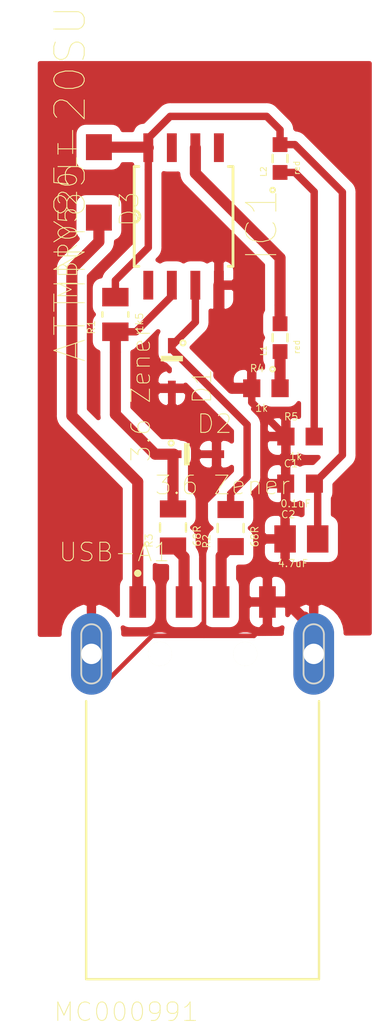
<source format=kicad_pcb>
(kicad_pcb (version 20171130) (host pcbnew 5.1.4+dfsg1-1)

  (general
    (thickness 1.6)
    (drawings 0)
    (tracks 78)
    (zones 0)
    (modules 15)
    (nets 14)
  )

  (page A4)
  (layers
    (0 F.Cu signal)
    (31 B.Cu signal)
    (32 B.Adhes user)
    (33 F.Adhes user)
    (34 B.Paste user)
    (35 F.Paste user)
    (36 B.SilkS user)
    (37 F.SilkS user)
    (38 B.Mask user)
    (39 F.Mask user)
    (40 Dwgs.User user)
    (41 Cmts.User user)
    (42 Eco1.User user)
    (43 Eco2.User user)
    (44 Edge.Cuts user)
    (45 Margin user)
    (46 B.CrtYd user)
    (47 F.CrtYd user)
    (48 B.Fab user)
    (49 F.Fab user)
  )

  (setup
    (last_trace_width 0.25)
    (user_trace_width 0.4)
    (user_trace_width 0.5)
    (user_trace_width 0.6)
    (trace_clearance 0.2)
    (zone_clearance 0.508)
    (zone_45_only no)
    (trace_min 0.2)
    (via_size 0.8)
    (via_drill 0.4)
    (via_min_size 0.4)
    (via_min_drill 0.3)
    (uvia_size 0.3)
    (uvia_drill 0.1)
    (uvias_allowed no)
    (uvia_min_size 0.2)
    (uvia_min_drill 0.1)
    (edge_width 0.05)
    (segment_width 0.2)
    (pcb_text_width 0.3)
    (pcb_text_size 1.5 1.5)
    (mod_edge_width 0.12)
    (mod_text_size 1 1)
    (mod_text_width 0.15)
    (pad_size 1.524 1.524)
    (pad_drill 0.762)
    (pad_to_mask_clearance 0.051)
    (solder_mask_min_width 0.25)
    (aux_axis_origin 0 0)
    (visible_elements FFFFFF7F)
    (pcbplotparams
      (layerselection 0x010fc_ffffffff)
      (usegerberextensions false)
      (usegerberattributes false)
      (usegerberadvancedattributes false)
      (creategerberjobfile false)
      (excludeedgelayer true)
      (linewidth 0.100000)
      (plotframeref false)
      (viasonmask false)
      (mode 1)
      (useauxorigin false)
      (hpglpennumber 1)
      (hpglpenspeed 20)
      (hpglpendiameter 15.000000)
      (psnegative false)
      (psa4output false)
      (plotreference true)
      (plotvalue true)
      (plotinvisibletext false)
      (padsonsilk false)
      (subtractmaskfromsilk false)
      (outputformat 1)
      (mirror false)
      (drillshape 1)
      (scaleselection 1)
      (outputdirectory ""))
  )

  (net 0 "")
  (net 1 GND)
  (net 2 +5V)
  (net 3 "Net-(D1-PadC)")
  (net 4 "Net-(D2-PadC)")
  (net 5 "Net-(D3-PadA)")
  (net 6 "Net-(IC1-Pad1)")
  (net 7 "Net-(IC1-Pad5)")
  (net 8 "Net-(IC1-Pad6)")
  (net 9 "Net-(IC1-Pad7)")
  (net 10 "Net-(L1-PadC)")
  (net 11 "Net-(L2-PadC)")
  (net 12 "Net-(R2-Pad1)")
  (net 13 "Net-(R3-Pad1)")

  (net_class Default "This is the default net class."
    (clearance 0.2)
    (trace_width 0.25)
    (via_dia 0.8)
    (via_drill 0.4)
    (uvia_dia 0.3)
    (uvia_drill 0.1)
    (add_net +5V)
    (add_net GND)
    (add_net "Net-(D1-PadC)")
    (add_net "Net-(D2-PadC)")
    (add_net "Net-(D3-PadA)")
    (add_net "Net-(IC1-Pad1)")
    (add_net "Net-(IC1-Pad5)")
    (add_net "Net-(IC1-Pad6)")
    (add_net "Net-(IC1-Pad7)")
    (add_net "Net-(L1-PadC)")
    (add_net "Net-(L2-PadC)")
    (add_net "Net-(R2-Pad1)")
    (add_net "Net-(R3-Pad1)")
  )

  (module cake_smallest:cake_smallest (layer F.Cu) (tedit 0) (tstamp 5DA133A9)
    (at 146.304 73.152 90)
    (fp_text reference G*** (at 0 0 90) (layer F.SilkS) hide
      (effects (font (size 1.524 1.524) (thickness 0.3)))
    )
    (fp_text value LOGO (at 0.75 0 90) (layer F.SilkS) hide
      (effects (font (size 1.524 1.524) (thickness 0.3)))
    )
    (fp_poly (pts (xy -1.066711 -12.584483) (xy 1.381318 -12.572247) (xy 3.675176 -12.552062) (xy 5.757455 -12.523818)
      (xy 7.570752 -12.487403) (xy 9.057659 -12.442706) (xy 10.160772 -12.389616) (xy 10.822685 -12.328023)
      (xy 10.979682 -12.289541) (xy 11.254629 -12.063686) (xy 11.411417 -11.668422) (xy 11.479918 -10.974919)
      (xy 11.491133 -10.083751) (xy 11.485425 -8.154737) (xy 10.422613 -7.402819) (xy 9.175955 -6.731098)
      (xy 8.003736 -6.503748) (xy 6.988916 -6.73623) (xy 6.951579 -6.755958) (xy 6.195556 -7.193218)
      (xy 5.614737 -7.556223) (xy 4.397545 -8.103994) (xy 3.117699 -8.164313) (xy 1.708625 -7.736457)
      (xy 1.24285 -7.50864) (xy 0.282022 -7.072963) (xy -0.633295 -6.774158) (xy -1.203158 -6.684211)
      (xy -1.906898 -6.809578) (xy -2.844521 -7.135308) (xy -3.649166 -7.50864) (xy -4.956321 -8.056541)
      (xy -6.123396 -8.188307) (xy -7.312023 -7.898353) (xy -8.412617 -7.344057) (xy -9.759603 -6.795246)
      (xy -11.082519 -6.767934) (xy -12.448394 -7.262209) (xy -12.605867 -7.349412) (xy -14.074042 -7.919964)
      (xy -15.565115 -7.959274) (xy -17.096979 -7.467354) (xy -17.322225 -7.352632) (xy -18.647986 -6.816551)
      (xy -19.804055 -6.743201) (xy -20.886245 -7.131146) (xy -21.149408 -7.295278) (xy -21.615863 -7.636109)
      (xy -21.893452 -7.97844) (xy -22.039111 -8.472116) (xy -22.109775 -9.266983) (xy -22.137681 -9.896242)
      (xy -22.158406 -10.971304) (xy -22.100671 -11.642534) (xy -21.943336 -12.03776) (xy -21.752368 -12.226228)
      (xy -21.39722 -12.294098) (xy -20.564782 -12.355241) (xy -19.312459 -12.409546) (xy -17.697658 -12.456902)
      (xy -15.777783 -12.497197) (xy -13.61024 -12.530321) (xy -11.252436 -12.556162) (xy -8.761775 -12.57461)
      (xy -6.195664 -12.585554) (xy -3.611507 -12.588882) (xy -1.066711 -12.584483)) (layer Eco2.User) (width 0.01))
    (fp_poly (pts (xy -4.532228 -6.970596) (xy -3.347238 -6.42828) (xy -2.150629 -5.895721) (xy -1.122405 -5.725072)
      (xy -0.090022 -5.922944) (xy 1.119069 -6.495953) (xy 1.312981 -6.606902) (xy 2.666487 -7.17632)
      (xy 3.935264 -7.234024) (xy 5.19275 -6.779113) (xy 5.560482 -6.554695) (xy 6.988865 -5.857673)
      (xy 8.390458 -5.689314) (xy 9.801568 -6.047278) (xy 10.226842 -6.254077) (xy 11.496842 -6.936535)
      (xy 11.496842 -4.010527) (xy -22.191579 -4.010527) (xy -22.191579 -5.347369) (xy -22.164572 -6.192886)
      (xy -22.027374 -6.578026) (xy -21.69572 -6.576522) (xy -21.122105 -6.283158) (xy -20.00342 -5.931343)
      (xy -18.686649 -5.979938) (xy -17.317039 -6.419396) (xy -17.054857 -6.550527) (xy -15.703197 -7.088512)
      (xy -14.485454 -7.152221) (xy -13.288924 -6.741846) (xy -12.967368 -6.557501) (xy -11.547249 -5.980018)
      (xy -10.041224 -5.90846) (xy -8.535027 -6.342312) (xy -8.068404 -6.586986) (xy -6.890442 -7.11759)
      (xy -5.756755 -7.246974) (xy -4.532228 -6.970596)) (layer Eco2.User) (width 0.01))
    (fp_poly (pts (xy 11.496842 0.267368) (xy -22.191579 0.267368) (xy -22.191579 -0.905021) (xy -15.95384 -0.905021)
      (xy -15.885485 -0.497627) (xy -15.605825 -0.414906) (xy -15.31283 -0.608866) (xy -8.702846 -0.608866)
      (xy -8.670751 -0.504443) (xy -8.283001 -0.274996) (xy -7.837986 -0.414707) (xy -7.682328 -0.629446)
      (xy -1.983414 -0.629446) (xy -1.974608 -0.21783) (xy -1.971842 -0.213293) (xy -1.617314 -0.013136)
      (xy -1.279736 -0.22643) (xy 5.224349 -0.22643) (xy 5.260565 -0.175926) (xy 5.638444 -0.016698)
      (xy 6.096 -0.320843) (xy 6.395537 -0.77448) (xy 6.257797 -1.036995) (xy 6.048527 -1.069474)
      (xy 5.616684 -0.911032) (xy 5.284841 -0.565246) (xy 5.224349 -0.22643) (xy -1.279736 -0.22643)
      (xy -1.151564 -0.307413) (xy -1.072099 -0.397889) (xy -0.895174 -0.749916) (xy -1.189096 -0.967362)
      (xy -1.20003 -0.971586) (xy -1.660939 -0.943854) (xy -1.983414 -0.629446) (xy -7.682328 -0.629446)
      (xy -7.660282 -0.659859) (xy -7.669367 -1.09396) (xy -7.777073 -1.217614) (xy -8.15539 -1.215907)
      (xy -8.537642 -0.954209) (xy -8.702846 -0.608866) (xy -15.31283 -0.608866) (xy -15.249702 -0.650656)
      (xy -15.000924 -1.056221) (xy -14.972632 -1.235896) (xy -15.184978 -1.568224) (xy -15.345079 -1.604211)
      (xy -15.742793 -1.383786) (xy -15.95384 -0.905021) (xy -22.191579 -0.905021) (xy -22.191579 -2.152233)
      (xy -20.587368 -2.152233) (xy -20.375584 -1.805814) (xy -19.920347 -1.562182) (xy -19.491832 -1.549804)
      (xy -19.420875 -1.597566) (xy -19.332319 -1.950881) (xy -12.158534 -1.950881) (xy -12.011824 -1.714092)
      (xy -11.510724 -1.377003) (xy -11.015337 -1.417779) (xy -10.836712 -1.590796) (xy -10.904867 -1.880534)
      (xy -11.282514 -2.15941) (xy -11.755334 -2.309014) (xy -12.050088 -2.261193) (xy -12.158534 -1.950881)
      (xy -19.332319 -1.950881) (xy -19.320885 -1.996496) (xy -19.369813 -2.115651) (xy -19.712962 -2.342208)
      (xy -20.188174 -2.396917) (xy -20.538697 -2.272066) (xy -20.587368 -2.152233) (xy -22.191579 -2.152233)
      (xy -22.191579 -2.535034) (xy -5.3509 -2.535034) (xy -5.344613 -2.218654) (xy -5.069132 -1.871038)
      (xy -4.599292 -1.642772) (xy -4.4942 -1.625319) (xy -4.204131 -1.796101) (xy -4.125736 -1.901472)
      (xy -4.132425 -1.980923) (xy 1.637652 -1.980923) (xy 1.791699 -1.773214) (xy 2.180025 -1.645948)
      (xy 2.452612 -1.737895) (xy 9.090526 -1.737895) (xy 9.324669 -1.416413) (xy 9.791685 -1.336843)
      (xy 10.262238 -1.381964) (xy 10.281222 -1.575141) (xy 10.16 -1.737895) (xy 9.704796 -2.077655)
      (xy 9.458841 -2.138948) (xy 9.132964 -1.924223) (xy 9.090526 -1.737895) (xy 2.452612 -1.737895)
      (xy 2.576782 -1.779779) (xy 2.698398 -2.005264) (xy 2.469885 -2.256888) (xy 2.149538 -2.35807)
      (xy 1.68545 -2.293463) (xy 1.637652 -1.980923) (xy -4.132425 -1.980923) (xy -4.155621 -2.256438)
      (xy -4.538849 -2.561252) (xy -5.013158 -2.669591) (xy -5.3509 -2.535034) (xy -22.191579 -2.535034)
      (xy -22.191579 -3.208422) (xy 11.496842 -3.208422) (xy 11.496842 0.267368)) (layer Eco2.User) (width 0.01))
    (fp_poly (pts (xy 11.496842 2.546617) (xy 11.455523 3.323227) (xy 11.276311 3.745652) (xy 10.876324 3.991604)
      (xy 10.811015 4.017143) (xy 10.40999 4.06871) (xy 9.533452 4.114077) (xy 8.23978 4.153269)
      (xy 6.587353 4.186315) (xy 4.63455 4.213241) (xy 2.439748 4.234074) (xy 0.061326 4.248841)
      (xy -2.442336 4.257569) (xy -5.012861 4.260284) (xy -7.59187 4.257015) (xy -10.120984 4.247787)
      (xy -12.541825 4.232628) (xy -14.796014 4.211564) (xy -16.825173 4.184623) (xy -18.570922 4.151831)
      (xy -19.974885 4.113216) (xy -20.978681 4.068804) (xy -21.523933 4.018622) (xy -21.59 4.002194)
      (xy -21.97399 3.752834) (xy -22.151028 3.3022) (xy -22.191579 2.548615) (xy -22.191579 1.336842)
      (xy 11.496842 1.336842) (xy 11.496842 2.546617)) (layer Eco2.User) (width 0.01))
    (fp_poly (pts (xy 14.972632 5.882105) (xy -23.795789 5.882105) (xy -23.795789 -11.984045) (xy -23.261053 -11.984045)
      (xy -23.261053 -4.400393) (xy -23.255184 -1.978802) (xy -23.233412 -0.037577) (xy -23.18949 1.477569)
      (xy -23.11717 2.62092) (xy -23.010206 3.446761) (xy -22.862349 4.009377) (xy -22.667353 4.363053)
      (xy -22.41897 4.562074) (xy -22.221168 4.635501) (xy -21.884137 4.656225) (xy -21.059138 4.676725)
      (xy -19.792942 4.696605) (xy -18.132319 4.715467) (xy -16.124037 4.732914) (xy -13.814867 4.748548)
      (xy -11.251579 4.761971) (xy -8.480942 4.772786) (xy -5.549725 4.780596) (xy -5.028319 4.781616)
      (xy 11.733889 4.812631) (xy 12.150102 4.218403) (xy 12.273779 3.973587) (xy 12.37096 3.593164)
      (xy 12.444652 3.017415) (xy 12.497861 2.186625) (xy 12.533595 1.041076) (xy 12.55486 -0.478951)
      (xy 12.564663 -2.433171) (xy 12.566316 -4.048151) (xy 12.5607 -6.038052) (xy 12.544837 -7.866225)
      (xy 12.520199 -9.46073) (xy 12.488261 -10.749629) (xy 12.450497 -11.660983) (xy 12.408381 -12.122853)
      (xy 12.400231 -12.153285) (xy 12.295999 -12.396166) (xy 12.157498 -12.604323) (xy 11.945399 -12.780433)
      (xy 11.620375 -12.927176) (xy 11.143097 -13.047227) (xy 10.474239 -13.143265) (xy 9.574472 -13.217968)
      (xy 8.404468 -13.274012) (xy 6.9249 -13.314076) (xy 5.096439 -13.340837) (xy 2.879757 -13.356973)
      (xy 0.235527 -13.365162) (xy -2.87558 -13.36808) (xy -5.447261 -13.368422) (xy -21.615814 -13.368422)
      (xy -22.438433 -12.676233) (xy -23.261053 -11.984045) (xy -23.795789 -11.984045) (xy -23.795789 -15.24)
      (xy 14.972632 -15.24) (xy 14.972632 5.882105)) (layer Eco2.User) (width 0.01))
  )

  (module 0603ZC104K4T2A:CAPC1608X90N (layer F.Cu) (tedit 0) (tstamp 5DA111CF)
    (at 147.2565 84.2645)
    (path /5D9DFB41)
    (attr smd)
    (fp_text reference C1 (at -0.49 -1.08) (layer F.SilkS)
      (effects (font (size 0.393701 0.393701) (thickness 0.05)))
    )
    (fp_text value 0.1uF (at -0.24 1.08) (layer F.SilkS)
      (effects (font (size 0.393701 0.393701) (thickness 0.05)))
    )
    (fp_line (start 0.88 0.48) (end -0.88 0.48) (layer Eco2.User) (width 0.127))
    (fp_line (start 0.88 -0.48) (end -0.88 -0.48) (layer Eco2.User) (width 0.127))
    (fp_line (start 0.88 0.48) (end 0.88 -0.48) (layer Eco2.User) (width 0.127))
    (fp_line (start -0.88 0.48) (end -0.88 -0.48) (layer Eco2.User) (width 0.127))
    (fp_line (start -1.485 0.74) (end 1.485 0.74) (layer Eco1.User) (width 0.05))
    (fp_line (start -1.485 -0.74) (end 1.485 -0.74) (layer Eco1.User) (width 0.05))
    (fp_line (start -1.485 0.74) (end -1.485 -0.74) (layer Eco1.User) (width 0.05))
    (fp_line (start 1.485 0.74) (end 1.485 -0.74) (layer Eco1.User) (width 0.05))
    (pad 1 smd rect (at -0.775 0) (size 0.92 0.98) (layers F.Cu F.Paste F.Mask)
      (net 1 GND))
    (pad 2 smd rect (at 0.775 0) (size 0.92 0.98) (layers F.Cu F.Paste F.Mask)
      (net 2 +5V))
  )

  (module 0805ZG475MAT2A:CAPC2012X140N (layer F.Cu) (tedit 0) (tstamp 5DA111DD)
    (at 147.329 87.249)
    (path /5D9DCDE8)
    (attr smd)
    (fp_text reference C2 (at -0.71 -1.32) (layer F.SilkS)
      (effects (font (size 0.393701 0.393701) (thickness 0.05)))
    )
    (fp_text value 4.7uF (at -0.46 1.32) (layer F.SilkS)
      (effects (font (size 0.393701 0.393701) (thickness 0.05)))
    )
    (fp_line (start 1.1 0.72) (end -1.1 0.72) (layer Eco2.User) (width 0.127))
    (fp_line (start 1.1 -0.72) (end -1.1 -0.72) (layer Eco2.User) (width 0.127))
    (fp_line (start 1.1 0.72) (end 1.1 -0.72) (layer Eco2.User) (width 0.127))
    (fp_line (start -1.1 0.72) (end -1.1 -0.72) (layer Eco2.User) (width 0.127))
    (fp_line (start -1.713 0.983) (end 1.713 0.983) (layer Eco1.User) (width 0.05))
    (fp_line (start -1.713 -0.983) (end 1.713 -0.983) (layer Eco1.User) (width 0.05))
    (fp_line (start -1.713 0.983) (end -1.713 -0.983) (layer Eco1.User) (width 0.05))
    (fp_line (start 1.713 0.983) (end 1.713 -0.983) (layer Eco1.User) (width 0.05))
    (pad 1 smd rect (at -0.88 0) (size 1.16 1.47) (layers F.Cu F.Paste F.Mask)
      (net 1 GND))
    (pad 2 smd rect (at 0.88 0) (size 1.16 1.47) (layers F.Cu F.Paste F.Mask)
      (net 2 +5V))
  )

  (module UDZSTE-173.6B:SODFL2512X90N (layer F.Cu) (tedit 0) (tstamp 5DA111E9)
    (at 140.335 77.971 270)
    (path /5D9DABA8)
    (attr smd)
    (fp_text reference D1 (at 1.04073 -1.63614 90) (layer F.SilkS)
      (effects (font (size 1.0007 1.0007) (thickness 0.05)))
    )
    (fp_text value "3.6 Zener" (at 1.47991 1.67054 90) (layer F.SilkS)
      (effects (font (size 1.00333 1.00333) (thickness 0.05)))
    )
    (fp_circle (center -1.3 -0.6) (end -1.15858 -0.6) (layer F.SilkS) (width 0.1))
    (fp_poly (pts (xy -0.601746 -0.6) (xy -0.3 -0.6) (xy -0.3 0.601746) (xy -0.601746 0.601746)) (layer F.SilkS) (width 0))
    (fp_line (start -1.75 -0.85) (end 1.75 -0.85) (layer Eco1.User) (width 0.05))
    (fp_line (start 1.75 -0.85) (end 1.75 0.85) (layer Eco1.User) (width 0.05))
    (fp_line (start 1.75 0.85) (end -1.75 0.85) (layer Eco1.User) (width 0.05))
    (fp_line (start -1.75 0.85) (end -1.75 -0.85) (layer Eco1.User) (width 0.05))
    (pad C smd rect (at -1.15 0 270) (size 0.82 0.42) (layers F.Cu F.Paste F.Mask)
      (net 3 "Net-(D1-PadC)"))
    (pad A smd rect (at 1.15 0 270) (size 0.82 0.42) (layers F.Cu F.Paste F.Mask)
      (net 1 GND))
  )

  (module UDZSTE-173.6B:SODFL2512X90N (layer F.Cu) (tedit 0) (tstamp 5DA111F5)
    (at 141.598 82.677)
    (path /5D9DB79D)
    (attr smd)
    (fp_text reference D2 (at 1.04073 -1.63614) (layer F.SilkS)
      (effects (font (size 1.0007 1.0007) (thickness 0.05)))
    )
    (fp_text value "3.6 Zener" (at 1.47991 1.67054) (layer F.SilkS)
      (effects (font (size 1.00333 1.00333) (thickness 0.05)))
    )
    (fp_line (start -1.75 0.85) (end -1.75 -0.85) (layer Eco1.User) (width 0.05))
    (fp_line (start 1.75 0.85) (end -1.75 0.85) (layer Eco1.User) (width 0.05))
    (fp_line (start 1.75 -0.85) (end 1.75 0.85) (layer Eco1.User) (width 0.05))
    (fp_line (start -1.75 -0.85) (end 1.75 -0.85) (layer Eco1.User) (width 0.05))
    (fp_poly (pts (xy -0.601746 -0.6) (xy -0.3 -0.6) (xy -0.3 0.601746) (xy -0.601746 0.601746)) (layer F.SilkS) (width 0))
    (fp_circle (center -1.3 -0.6) (end -1.15858 -0.6) (layer F.SilkS) (width 0.1))
    (pad A smd rect (at 1.15 0) (size 0.82 0.42) (layers F.Cu F.Paste F.Mask)
      (net 1 GND))
    (pad C smd rect (at -1.15 0) (size 0.82 0.42) (layers F.Cu F.Paste F.Mask)
      (net 4 "Net-(D2-PadC)"))
  )

  (module MBR0520LT:SOD123 (layer F.Cu) (tedit 0) (tstamp 5DA11202)
    (at 136.398 68.0135 270)
    (descr <b>Diode</b>)
    (path /5D9D6541)
    (attr smd)
    (fp_text reference D3 (at 1.44079 -1.6359 90) (layer F.SilkS)
      (effects (font (size 1.00055 1.00055) (thickness 0.05)))
    )
    (fp_text value MBR0520LT (at 2.07872 1.668 90) (layer F.SilkS)
      (effects (font (size 1.0018 1.0018) (thickness 0.05)))
    )
    (fp_line (start -1.1 -0.7) (end 1.1 -0.7) (layer Eco2.User) (width 0.254))
    (fp_line (start 1.1 -0.7) (end 1.1 0.7) (layer Eco2.User) (width 0.254))
    (fp_line (start 1.1 0.7) (end -1.1 0.7) (layer Eco2.User) (width 0.254))
    (fp_line (start -1.1 0.7) (end -1.1 -0.7) (layer Eco2.User) (width 0.254))
    (fp_poly (pts (xy -1.9518 -0.4) (xy -1.2 -0.4) (xy -1.2 0.450414) (xy -1.9518 0.450414)) (layer Eco2.User) (width 0))
    (fp_poly (pts (xy 1.20224 -0.4) (xy 1.95 -0.4) (xy 1.95 0.450841) (xy 1.20224 0.450841)) (layer Eco2.User) (width 0))
    (fp_poly (pts (xy -1.05069 -0.7) (xy -0.15 -0.7) (xy -0.15 0.650424) (xy -1.05069 0.650424)) (layer Eco2.User) (width 0))
    (pad C smd rect (at -1.9 0 270) (size 1.4 1.4) (layers F.Cu F.Paste F.Mask)
      (net 2 +5V))
    (pad A smd rect (at 1.9 0 270) (size 1.4 1.4) (layers F.Cu F.Paste F.Mask)
      (net 5 "Net-(D3-PadA)"))
  )

  (module ATTINY85-20SU:SOIC127P798X216-8N (layer F.Cu) (tedit 0) (tstamp 5DA11240)
    (at 140.97 69.85 90)
    (path /5D9D353C)
    (attr smd)
    (fp_text reference IC1 (at -0.45772 4.22114 90) (layer F.SilkS)
      (effects (font (size 1.64184 1.64184) (thickness 0.05)))
    )
    (fp_text value ATTINY85-20SU (at 1.7527 -6.12176 90) (layer F.SilkS)
      (effects (font (size 1.64009 1.64009) (thickness 0.05)))
    )
    (fp_line (start -2.6924 -1.6764) (end -2.6924 -2.1336) (layer Eco2.User) (width 0.1))
    (fp_line (start -2.6924 -2.1336) (end -4.1402 -2.1336) (layer Eco2.User) (width 0.1))
    (fp_line (start -4.1402 -2.1336) (end -4.1402 -1.6764) (layer Eco2.User) (width 0.1))
    (fp_line (start -4.1402 -1.6764) (end -2.6924 -1.6764) (layer Eco2.User) (width 0.1))
    (fp_line (start -2.6924 -0.4064) (end -2.6924 -0.8636) (layer Eco2.User) (width 0.1))
    (fp_line (start -2.6924 -0.8636) (end -4.1402 -0.8636) (layer Eco2.User) (width 0.1))
    (fp_line (start -4.1402 -0.8636) (end -4.1402 -0.4064) (layer Eco2.User) (width 0.1))
    (fp_line (start -4.1402 -0.4064) (end -2.6924 -0.4064) (layer Eco2.User) (width 0.1))
    (fp_line (start -2.6924 0.8636) (end -2.6924 0.4064) (layer Eco2.User) (width 0.1))
    (fp_line (start -2.6924 0.4064) (end -4.1402 0.4064) (layer Eco2.User) (width 0.1))
    (fp_line (start -4.1402 0.4064) (end -4.1402 0.8636) (layer Eco2.User) (width 0.1))
    (fp_line (start -4.1402 0.8636) (end -2.6924 0.8636) (layer Eco2.User) (width 0.1))
    (fp_line (start -2.6924 2.1336) (end -2.6924 1.6764) (layer Eco2.User) (width 0.1))
    (fp_line (start -2.6924 1.6764) (end -4.1402 1.6764) (layer Eco2.User) (width 0.1))
    (fp_line (start -4.1402 1.6764) (end -4.1402 2.1336) (layer Eco2.User) (width 0.1))
    (fp_line (start -4.1402 2.1336) (end -2.6924 2.1336) (layer Eco2.User) (width 0.1))
    (fp_line (start 2.6924 1.6764) (end 2.6924 2.1336) (layer Eco2.User) (width 0.1))
    (fp_line (start 2.6924 2.1336) (end 4.1402 2.1336) (layer Eco2.User) (width 0.1))
    (fp_line (start 4.1402 2.1336) (end 4.1402 1.6764) (layer Eco2.User) (width 0.1))
    (fp_line (start 4.1402 1.6764) (end 2.6924 1.6764) (layer Eco2.User) (width 0.1))
    (fp_line (start 2.6924 0.4064) (end 2.6924 0.8636) (layer Eco2.User) (width 0.1))
    (fp_line (start 2.6924 0.8636) (end 4.1402 0.8636) (layer Eco2.User) (width 0.1))
    (fp_line (start 4.1402 0.8636) (end 4.1402 0.4064) (layer Eco2.User) (width 0.1))
    (fp_line (start 4.1402 0.4064) (end 2.6924 0.4064) (layer Eco2.User) (width 0.1))
    (fp_line (start 2.6924 -0.8636) (end 2.6924 -0.4064) (layer Eco2.User) (width 0.1))
    (fp_line (start 2.6924 -0.4064) (end 4.1402 -0.4064) (layer Eco2.User) (width 0.1))
    (fp_line (start 4.1402 -0.4064) (end 4.1402 -0.8636) (layer Eco2.User) (width 0.1))
    (fp_line (start 4.1402 -0.8636) (end 2.6924 -0.8636) (layer Eco2.User) (width 0.1))
    (fp_line (start 2.6924 -2.1336) (end 2.6924 -1.6764) (layer Eco2.User) (width 0.1))
    (fp_line (start 2.6924 -1.6764) (end 4.1402 -1.6764) (layer Eco2.User) (width 0.1))
    (fp_line (start 4.1402 -1.6764) (end 4.1402 -2.1336) (layer Eco2.User) (width 0.1))
    (fp_line (start 4.1402 -2.1336) (end 2.6924 -2.1336) (layer Eco2.User) (width 0.1))
    (fp_line (start -2.6924 2.667) (end 2.6924 2.667) (layer Eco2.User) (width 0.1))
    (fp_line (start 2.6924 2.667) (end 2.6924 -2.667) (layer Eco2.User) (width 0.1))
    (fp_line (start 2.6924 -2.667) (end 0.3048 -2.667) (layer Eco2.User) (width 0.1))
    (fp_line (start 0.3048 -2.667) (end -0.3048 -2.667) (layer Eco2.User) (width 0.1))
    (fp_line (start -0.3048 -2.667) (end -2.6924 -2.667) (layer Eco2.User) (width 0.1))
    (fp_line (start -2.6924 -2.667) (end -2.6924 2.667) (layer Eco2.User) (width 0.1))
    (fp_arc (start 0 -2.667) (end -0.3048 -2.667) (angle -180) (layer Eco2.User) (width 0.1))
    (fp_arc (start 0 -2.667) (end -0.3048 -2.667) (angle -180) (layer Eco2.User) (width 0.1))
    (fp_line (start -2.6924 2.413) (end -2.6924 2.667) (layer F.SilkS) (width 0.1524))
    (fp_line (start 2.6924 -2.413) (end 2.6924 -2.667) (layer F.SilkS) (width 0.1524))
    (fp_line (start -2.6924 2.667) (end 2.6924 2.667) (layer F.SilkS) (width 0.1524))
    (fp_line (start 2.6924 2.667) (end 2.6924 2.413) (layer F.SilkS) (width 0.1524))
    (fp_line (start 2.6924 -2.667) (end 0.3048 -2.667) (layer F.SilkS) (width 0.1524))
    (fp_line (start 0.3048 -2.667) (end -0.3048 -2.667) (layer F.SilkS) (width 0.1524))
    (fp_line (start -0.3048 -2.667) (end -2.6924 -2.667) (layer F.SilkS) (width 0.1524))
    (fp_line (start -2.6924 -2.667) (end -2.6924 -2.413) (layer F.SilkS) (width 0.1524))
    (fp_arc (start 0 -2.667) (end -0.3048 -2.667) (angle -180) (layer F.SilkS) (width 0.1524))
    (fp_arc (start 0 -2.667) (end -0.3048 -2.667) (angle -180) (layer F.SilkS) (width 0.1524))
    (pad 1 smd rect (at -3.7084 -1.905 90) (size 1.5494 0.5334) (layers F.Cu F.Paste F.Mask)
      (net 6 "Net-(IC1-Pad1)"))
    (pad 2 smd rect (at -3.7084 -0.635 90) (size 1.5494 0.5334) (layers F.Cu F.Paste F.Mask)
      (net 4 "Net-(D2-PadC)"))
    (pad 3 smd rect (at -3.7084 0.635 90) (size 1.5494 0.5334) (layers F.Cu F.Paste F.Mask)
      (net 3 "Net-(D1-PadC)"))
    (pad 4 smd rect (at -3.7084 1.905 90) (size 1.5494 0.5334) (layers F.Cu F.Paste F.Mask)
      (net 1 GND))
    (pad 5 smd rect (at 3.7084 1.905 90) (size 1.5494 0.5334) (layers F.Cu F.Paste F.Mask)
      (net 7 "Net-(IC1-Pad5)"))
    (pad 6 smd rect (at 3.7084 0.635 90) (size 1.5494 0.5334) (layers F.Cu F.Paste F.Mask)
      (net 8 "Net-(IC1-Pad6)"))
    (pad 7 smd rect (at 3.7084 -0.635 90) (size 1.5494 0.5334) (layers F.Cu F.Paste F.Mask)
      (net 9 "Net-(IC1-Pad7)"))
    (pad 8 smd rect (at 3.7084 -1.905 90) (size 1.5494 0.5334) (layers F.Cu F.Paste F.Mask)
      (net 2 +5V))
  )

  (module HSMQ-C190:LEDM1608X80 (layer F.Cu) (tedit 0) (tstamp 5DA1125C)
    (at 146.177 76.3905 90)
    (path /5D9E19CA)
    (attr smd)
    (fp_text reference L1 (at -0.7072 -0.8882 90) (layer F.SilkS)
      (effects (font (size 0.32 0.32) (thickness 0.05)))
    )
    (fp_text value red (at -0.504 0.9018 90) (layer F.SilkS)
      (effects (font (size 0.32 0.32) (thickness 0.05)))
    )
    (fp_line (start -0.2 0.4) (end 0.2 0.4) (layer F.SilkS) (width 0.127))
    (fp_line (start -0.2 -0.4) (end 0.2 -0.4) (layer F.SilkS) (width 0.127))
    (fp_circle (center -1.7 -0.4) (end -1.573 -0.4) (layer F.SilkS) (width 0.1))
    (fp_line (start 1.45 -0.65) (end 1.45 0.65) (layer Eco1.User) (width 0.05))
    (fp_line (start -1.45 -0.65) (end 1.45 -0.65) (layer Eco1.User) (width 0.05))
    (fp_line (start -1.45 0.65) (end -1.45 -0.65) (layer Eco1.User) (width 0.05))
    (fp_line (start 1.45 0.65) (end -1.45 0.65) (layer Eco1.User) (width 0.05))
    (fp_poly (pts (xy 0.55 -0.175) (xy 0.55 -0.275) (xy 0.65 -0.275) (xy 0.65 -0.175)) (layer Eco2.User) (width 0))
    (fp_poly (pts (xy 0.55 0.275) (xy 0.55 0.175) (xy 0.65 0.175) (xy 0.65 0.275)) (layer Eco2.User) (width 0))
    (fp_poly (pts (xy 0.35 0.275) (xy 0.35 -0.275) (xy 0.575 -0.275) (xy 0.575 0.275)) (layer Eco2.User) (width 0))
    (fp_poly (pts (xy 0.35 -0.25) (xy 0.35 -0.45) (xy 0.85 -0.45) (xy 0.85 -0.25)) (layer Eco2.User) (width 0))
    (fp_poly (pts (xy 0.35 0.45) (xy 0.35 0.25) (xy 0.85 0.25) (xy 0.85 0.45)) (layer Eco2.User) (width 0))
    (fp_poly (pts (xy -0.575 0.45) (xy -0.575 -0.45) (xy -0.35 -0.45) (xy -0.35 0.45)) (layer Eco2.User) (width 0))
    (fp_poly (pts (xy -0.85 -0.25) (xy -0.85 -0.45) (xy -0.55 -0.45) (xy -0.55 -0.25)) (layer Eco2.User) (width 0))
    (fp_poly (pts (xy -0.725 0.45) (xy -0.725 0.4) (xy -0.35 0.4) (xy -0.35 0.45)) (layer Eco2.User) (width 0))
    (fp_poly (pts (xy -0.6 0.275) (xy -0.6 0.225) (xy -0.55 0.225) (xy -0.55 0.275)) (layer Eco2.User) (width 0))
    (fp_poly (pts (xy -0.85 0.45) (xy -0.85 0.25) (xy -0.7 0.25) (xy -0.7 0.45)) (layer Eco2.User) (width 0))
    (fp_circle (center -0.625 0.35) (end -0.55 0.35) (layer Eco2.User) (width 0.0508))
    (fp_line (start -0.35 -0.4) (end 0.35 -0.4) (layer Eco2.User) (width 0.1016))
    (fp_line (start -0.375 0.4) (end 0.35 0.4) (layer Eco2.User) (width 0.1016))
    (fp_arc (start 0.825 0) (end 0.825 -0.275) (angle -180) (layer Eco2.User) (width 0.0508))
    (fp_arc (start -0.826099 0) (end -0.8 -0.3) (angle 170) (layer Eco2.User) (width 0.1016))
    (pad A smd rect (at 0.75 0 180) (size 0.8 0.8) (layers F.Cu F.Paste F.Mask)
      (net 8 "Net-(IC1-Pad6)"))
    (pad C smd rect (at -0.75 0 180) (size 0.8 0.8) (layers F.Cu F.Paste F.Mask)
      (net 10 "Net-(L1-PadC)"))
  )

  (module HSMQ-C190:LEDM1608X80 (layer F.Cu) (tedit 0) (tstamp 5DA11278)
    (at 146.177 66.7265 90)
    (path /5D9E35D3)
    (attr smd)
    (fp_text reference L2 (at -0.7072 -0.8882 90) (layer F.SilkS)
      (effects (font (size 0.32 0.32) (thickness 0.05)))
    )
    (fp_text value red (at -0.504 0.9018 90) (layer F.SilkS)
      (effects (font (size 0.32 0.32) (thickness 0.05)))
    )
    (fp_arc (start -0.826099 0) (end -0.8 -0.3) (angle 170) (layer Eco2.User) (width 0.1016))
    (fp_arc (start 0.825 0) (end 0.825 -0.275) (angle -180) (layer Eco2.User) (width 0.0508))
    (fp_line (start -0.375 0.4) (end 0.35 0.4) (layer Eco2.User) (width 0.1016))
    (fp_line (start -0.35 -0.4) (end 0.35 -0.4) (layer Eco2.User) (width 0.1016))
    (fp_circle (center -0.625 0.35) (end -0.55 0.35) (layer Eco2.User) (width 0.0508))
    (fp_poly (pts (xy -0.85 0.45) (xy -0.85 0.25) (xy -0.7 0.25) (xy -0.7 0.45)) (layer Eco2.User) (width 0))
    (fp_poly (pts (xy -0.6 0.275) (xy -0.6 0.225) (xy -0.55 0.225) (xy -0.55 0.275)) (layer Eco2.User) (width 0))
    (fp_poly (pts (xy -0.725 0.45) (xy -0.725 0.4) (xy -0.35 0.4) (xy -0.35 0.45)) (layer Eco2.User) (width 0))
    (fp_poly (pts (xy -0.85 -0.25) (xy -0.85 -0.45) (xy -0.55 -0.45) (xy -0.55 -0.25)) (layer Eco2.User) (width 0))
    (fp_poly (pts (xy -0.575 0.45) (xy -0.575 -0.45) (xy -0.35 -0.45) (xy -0.35 0.45)) (layer Eco2.User) (width 0))
    (fp_poly (pts (xy 0.35 0.45) (xy 0.35 0.25) (xy 0.85 0.25) (xy 0.85 0.45)) (layer Eco2.User) (width 0))
    (fp_poly (pts (xy 0.35 -0.25) (xy 0.35 -0.45) (xy 0.85 -0.45) (xy 0.85 -0.25)) (layer Eco2.User) (width 0))
    (fp_poly (pts (xy 0.35 0.275) (xy 0.35 -0.275) (xy 0.575 -0.275) (xy 0.575 0.275)) (layer Eco2.User) (width 0))
    (fp_poly (pts (xy 0.55 0.275) (xy 0.55 0.175) (xy 0.65 0.175) (xy 0.65 0.275)) (layer Eco2.User) (width 0))
    (fp_poly (pts (xy 0.55 -0.175) (xy 0.55 -0.275) (xy 0.65 -0.275) (xy 0.65 -0.175)) (layer Eco2.User) (width 0))
    (fp_line (start 1.45 0.65) (end -1.45 0.65) (layer Eco1.User) (width 0.05))
    (fp_line (start -1.45 0.65) (end -1.45 -0.65) (layer Eco1.User) (width 0.05))
    (fp_line (start -1.45 -0.65) (end 1.45 -0.65) (layer Eco1.User) (width 0.05))
    (fp_line (start 1.45 -0.65) (end 1.45 0.65) (layer Eco1.User) (width 0.05))
    (fp_circle (center -1.7 -0.4) (end -1.573 -0.4) (layer F.SilkS) (width 0.1))
    (fp_line (start -0.2 -0.4) (end 0.2 -0.4) (layer F.SilkS) (width 0.127))
    (fp_line (start -0.2 0.4) (end 0.2 0.4) (layer F.SilkS) (width 0.127))
    (pad C smd rect (at -0.75 0 180) (size 0.8 0.8) (layers F.Cu F.Paste F.Mask)
      (net 11 "Net-(L2-PadC)"))
    (pad A smd rect (at 0.75 0 180) (size 0.8 0.8) (layers F.Cu F.Paste F.Mask)
      (net 2 +5V))
  )

  (module CRGCQ0805J1K5:RESC2012X65N (layer F.Cu) (tedit 0) (tstamp 5DA11288)
    (at 137.287 75.138 90)
    (path /5D9EFF55)
    (attr smd)
    (fp_text reference R1 (at -0.69 -1.3 90) (layer F.SilkS)
      (effects (font (size 0.393701 0.393701) (thickness 0.05)))
    )
    (fp_text value 1k5 (at -0.44 1.3 90) (layer F.SilkS)
      (effects (font (size 0.393701 0.393701) (thickness 0.05)))
    )
    (fp_line (start 1.07 0.7) (end -1.07 0.7) (layer Eco2.User) (width 0.127))
    (fp_line (start 1.07 -0.7) (end -1.07 -0.7) (layer Eco2.User) (width 0.127))
    (fp_line (start 1.07 0.7) (end 1.07 -0.7) (layer Eco2.User) (width 0.127))
    (fp_line (start -1.07 0.7) (end -1.07 -0.7) (layer Eco2.User) (width 0.127))
    (fp_line (start -0.12 -0.7) (end 0.12 -0.7) (layer F.SilkS) (width 0.127))
    (fp_line (start -0.12 0.7) (end 0.12 0.7) (layer F.SilkS) (width 0.127))
    (fp_line (start -1.685 0.962) (end 1.685 0.962) (layer Eco1.User) (width 0.05))
    (fp_line (start -1.685 -0.962) (end 1.685 -0.962) (layer Eco1.User) (width 0.05))
    (fp_line (start -1.685 0.962) (end -1.685 -0.962) (layer Eco1.User) (width 0.05))
    (fp_line (start 1.685 0.962) (end 1.685 -0.962) (layer Eco1.User) (width 0.05))
    (pad 1 smd rect (at -0.935 0 90) (size 1 1.42) (layers F.Cu F.Paste F.Mask)
      (net 4 "Net-(D2-PadC)"))
    (pad 2 smd rect (at 0.935 0 90) (size 1 1.42) (layers F.Cu F.Paste F.Mask)
      (net 2 +5V))
  )

  (module RCS080568R0JNEA:RESC2012X50N (layer F.Cu) (tedit 0) (tstamp 5DA11298)
    (at 143.51 86.6615 90)
    (path /5D9EC666)
    (attr smd)
    (fp_text reference R2 (at -0.71 -1.3 90) (layer F.SilkS)
      (effects (font (size 0.393701 0.393701) (thickness 0.05)))
    )
    (fp_text value 68R (at -0.46 1.3 90) (layer F.SilkS)
      (effects (font (size 0.393701 0.393701) (thickness 0.05)))
    )
    (fp_line (start 1.71 0.96) (end 1.71 -0.96) (layer Eco1.User) (width 0.05))
    (fp_line (start -1.71 0.96) (end -1.71 -0.96) (layer Eco1.User) (width 0.05))
    (fp_line (start -1.71 -0.96) (end 1.71 -0.96) (layer Eco1.User) (width 0.05))
    (fp_line (start -1.71 0.96) (end 1.71 0.96) (layer Eco1.User) (width 0.05))
    (fp_line (start -0.22 0.7) (end 0.22 0.7) (layer F.SilkS) (width 0.127))
    (fp_line (start -0.22 -0.7) (end 0.22 -0.7) (layer F.SilkS) (width 0.127))
    (fp_line (start -1.1 0.7) (end -1.1 -0.7) (layer Eco2.User) (width 0.127))
    (fp_line (start 1.1 0.7) (end 1.1 -0.7) (layer Eco2.User) (width 0.127))
    (fp_line (start 1.1 -0.7) (end -1.1 -0.7) (layer Eco2.User) (width 0.127))
    (fp_line (start 1.1 0.7) (end -1.1 0.7) (layer Eco2.User) (width 0.127))
    (pad 2 smd rect (at 1 0 90) (size 0.92 1.42) (layers F.Cu F.Paste F.Mask)
      (net 3 "Net-(D1-PadC)"))
    (pad 1 smd rect (at -1 0 90) (size 0.92 1.42) (layers F.Cu F.Paste F.Mask)
      (net 12 "Net-(R2-Pad1)"))
  )

  (module RCS080568R0JNEA:RESC2012X50N (layer F.Cu) (tedit 0) (tstamp 5DA112A8)
    (at 140.3985 86.63 90)
    (path /5D9EF8E4)
    (attr smd)
    (fp_text reference R3 (at -0.71 -1.3 90) (layer F.SilkS)
      (effects (font (size 0.393701 0.393701) (thickness 0.05)))
    )
    (fp_text value 68R (at -0.46 1.3 90) (layer F.SilkS)
      (effects (font (size 0.393701 0.393701) (thickness 0.05)))
    )
    (fp_line (start 1.1 0.7) (end -1.1 0.7) (layer Eco2.User) (width 0.127))
    (fp_line (start 1.1 -0.7) (end -1.1 -0.7) (layer Eco2.User) (width 0.127))
    (fp_line (start 1.1 0.7) (end 1.1 -0.7) (layer Eco2.User) (width 0.127))
    (fp_line (start -1.1 0.7) (end -1.1 -0.7) (layer Eco2.User) (width 0.127))
    (fp_line (start -0.22 -0.7) (end 0.22 -0.7) (layer F.SilkS) (width 0.127))
    (fp_line (start -0.22 0.7) (end 0.22 0.7) (layer F.SilkS) (width 0.127))
    (fp_line (start -1.71 0.96) (end 1.71 0.96) (layer Eco1.User) (width 0.05))
    (fp_line (start -1.71 -0.96) (end 1.71 -0.96) (layer Eco1.User) (width 0.05))
    (fp_line (start -1.71 0.96) (end -1.71 -0.96) (layer Eco1.User) (width 0.05))
    (fp_line (start 1.71 0.96) (end 1.71 -0.96) (layer Eco1.User) (width 0.05))
    (pad 1 smd rect (at -1 0 90) (size 0.92 1.42) (layers F.Cu F.Paste F.Mask)
      (net 13 "Net-(R3-Pad1)"))
    (pad 2 smd rect (at 1 0 90) (size 0.92 1.42) (layers F.Cu F.Paste F.Mask)
      (net 4 "Net-(D2-PadC)"))
  )

  (module RCP0603B1K00GEC:RESC1608X59N (layer F.Cu) (tedit 0) (tstamp 5DA112B6)
    (at 145.413 79.121)
    (path /5D9E45FD)
    (attr smd)
    (fp_text reference R4 (at -0.48 -1.07) (layer F.SilkS)
      (effects (font (size 0.393701 0.393701) (thickness 0.05)))
    )
    (fp_text value 1k (at -0.23 1.07) (layer F.SilkS)
      (effects (font (size 0.393701 0.393701) (thickness 0.05)))
    )
    (fp_line (start 1.477 0.732) (end 1.477 -0.732) (layer Eco1.User) (width 0.05))
    (fp_line (start -1.477 0.732) (end -1.477 -0.732) (layer Eco1.User) (width 0.05))
    (fp_line (start -1.477 -0.732) (end 1.477 -0.732) (layer Eco1.User) (width 0.05))
    (fp_line (start -1.477 0.732) (end 1.477 0.732) (layer Eco1.User) (width 0.05))
    (fp_line (start -0.86 0.47) (end -0.86 -0.47) (layer Eco2.User) (width 0.127))
    (fp_line (start 0.86 0.47) (end 0.86 -0.47) (layer Eco2.User) (width 0.127))
    (fp_line (start 0.86 -0.47) (end -0.86 -0.47) (layer Eco2.User) (width 0.127))
    (fp_line (start 0.86 0.47) (end -0.86 0.47) (layer Eco2.User) (width 0.127))
    (pad 2 smd rect (at 0.764 0) (size 0.93 0.96) (layers F.Cu F.Paste F.Mask)
      (net 10 "Net-(L1-PadC)"))
    (pad 1 smd rect (at -0.764 0) (size 0.93 0.96) (layers F.Cu F.Paste F.Mask)
      (net 1 GND))
  )

  (module RCP0603B1K00GEC:RESC1608X59N (layer F.Cu) (tedit 0) (tstamp 5DA112C4)
    (at 147.2565 81.7245)
    (path /5D9E8986)
    (attr smd)
    (fp_text reference R5 (at -0.48 -1.07) (layer F.SilkS)
      (effects (font (size 0.393701 0.393701) (thickness 0.05)))
    )
    (fp_text value 1k (at -0.23 1.07) (layer F.SilkS)
      (effects (font (size 0.393701 0.393701) (thickness 0.05)))
    )
    (fp_line (start 0.86 0.47) (end -0.86 0.47) (layer Eco2.User) (width 0.127))
    (fp_line (start 0.86 -0.47) (end -0.86 -0.47) (layer Eco2.User) (width 0.127))
    (fp_line (start 0.86 0.47) (end 0.86 -0.47) (layer Eco2.User) (width 0.127))
    (fp_line (start -0.86 0.47) (end -0.86 -0.47) (layer Eco2.User) (width 0.127))
    (fp_line (start -1.477 0.732) (end 1.477 0.732) (layer Eco1.User) (width 0.05))
    (fp_line (start -1.477 -0.732) (end 1.477 -0.732) (layer Eco1.User) (width 0.05))
    (fp_line (start -1.477 0.732) (end -1.477 -0.732) (layer Eco1.User) (width 0.05))
    (fp_line (start 1.477 0.732) (end 1.477 -0.732) (layer Eco1.User) (width 0.05))
    (pad 1 smd rect (at -0.764 0) (size 0.93 0.96) (layers F.Cu F.Paste F.Mask)
      (net 1 GND))
    (pad 2 smd rect (at 0.764 0) (size 0.93 0.96) (layers F.Cu F.Paste F.Mask)
      (net 11 "Net-(L2-PadC)"))
  )

  (module MC000991:MULTICOMP_MC000991 (layer F.Cu) (tedit 0) (tstamp 5DA112E5)
    (at 141.995001 93.450001)
    (path /5D9D5899)
    (attr smd)
    (fp_text reference USB-A1 (at -4.76 -5.485) (layer F.SilkS)
      (effects (font (size 1 1) (thickness 0.05)))
    )
    (fp_text value MC000991 (at -4.125 19.315) (layer F.SilkS)
      (effects (font (size 1 1) (thickness 0.05)))
    )
    (fp_line (start -6.55 -1.05) (end -6.55 1.05) (layer Edge.Cuts) (width 0.1))
    (fp_arc (start -6 1.05) (end -5.45 1.05) (angle 180) (layer Edge.Cuts) (width 0.1))
    (fp_line (start -5.45 1.05) (end -5.45 -1.05) (layer Edge.Cuts) (width 0.1))
    (fp_arc (start -6 -1.05) (end -6.55 -1.05) (angle 180) (layer Edge.Cuts) (width 0.1))
    (fp_line (start 5.45 -1.05) (end 5.45 1.05) (layer Edge.Cuts) (width 0.1))
    (fp_arc (start 6 1.05) (end 6.55 1.05) (angle 180) (layer Edge.Cuts) (width 0.1))
    (fp_line (start 6.55 1.05) (end 6.55 -1.05) (layer Edge.Cuts) (width 0.1))
    (fp_arc (start 6 -1.05) (end 5.45 -1.05) (angle 180) (layer Edge.Cuts) (width 0.1))
    (fp_line (start -6.285 -1.2) (end 6.285 -1.2) (layer Eco2.User) (width 0.127))
    (fp_line (start 6.285 -1.2) (end 6.285 17.55) (layer Eco2.User) (width 0.127))
    (fp_line (start 6.285 17.55) (end -6.285 17.55) (layer Eco2.User) (width 0.127))
    (fp_line (start -6.285 17.55) (end -6.285 -1.2) (layer Eco2.User) (width 0.127))
    (fp_line (start -6.285 2.55) (end -6.285 17.55) (layer F.SilkS) (width 0.127))
    (fp_line (start -6.285 17.55) (end 6.285 17.55) (layer F.SilkS) (width 0.127))
    (fp_line (start 6.285 17.55) (end 6.285 2.55) (layer F.SilkS) (width 0.127))
    (fp_line (start -7.35 -3.9) (end 7.35 -3.9) (layer Eco1.User) (width 0.05))
    (fp_line (start 7.35 -3.9) (end 7.35 17.8) (layer Eco1.User) (width 0.05))
    (fp_line (start 7.35 17.8) (end -7.35 17.8) (layer Eco1.User) (width 0.05))
    (fp_line (start -7.35 17.8) (end -7.35 -3.9) (layer Eco1.User) (width 0.05))
    (fp_circle (center -3.5 -4.35) (end -3.4 -4.35) (layer F.SilkS) (width 0.2))
    (fp_circle (center -3.5 -4.35) (end -3.4 -4.35) (layer Eco2.User) (width 0.2))
    (pad 1 smd rect (at -3.5 -2.8) (size 0.9 1.7) (layers F.Cu F.Paste F.Mask)
      (net 5 "Net-(D3-PadA)"))
    (pad 2 smd rect (at -1 -2.8) (size 0.9 1.7) (layers F.Cu F.Paste F.Mask)
      (net 13 "Net-(R3-Pad1)"))
    (pad 3 smd rect (at 1 -2.8) (size 0.9 1.7) (layers F.Cu F.Paste F.Mask)
      (net 12 "Net-(R2-Pad1)"))
    (pad 4 smd rect (at 3.5 -2.8) (size 0.9 1.7) (layers F.Cu F.Paste F.Mask)
      (net 1 GND))
    (pad Hole np_thru_hole circle (at 2.3 0) (size 1.3 1.3) (drill 1.3) (layers *.Cu *.Mask F.SilkS))
    (pad Hole np_thru_hole circle (at -2.3 0) (size 1.3 1.3) (drill 1.3) (layers *.Cu *.Mask F.SilkS))
    (pad S1 thru_hole oval (at -6 0 90) (size 4.4 2.2) (drill 1.1) (layers *.Cu *.Mask)
      (net 1 GND))
    (pad S2 thru_hole oval (at 6 0 90) (size 4.4 2.2) (drill 1.1) (layers *.Cu *.Mask)
      (net 1 GND))
  )

  (segment (start 148.143452 94.668676) (end 148.128622 94.68065) (width 0.25) (layer F.Cu) (net 1))
  (segment (start 147.995001 93.450001) (end 148.143452 93.598452) (width 0.25) (layer F.Cu) (net 1))
  (segment (start 148.143452 93.598452) (end 148.143452 94.668676) (width 0.25) (layer F.Cu) (net 1))
  (segment (start 147.995001 93.450001) (end 147.98457 93.460432) (width 0.6) (layer F.Cu) (net 1))
  (segment (start 147.428076 91.487211) (end 147.495152 91.463512) (width 0.6) (layer F.Cu) (net 1))
  (segment (start 147.382211 91.487211) (end 147.428076 91.487211) (width 0.6) (layer F.Cu) (net 1))
  (segment (start 144.649 79.881) (end 146.4925 81.7245) (width 0.4) (layer F.Cu) (net 1))
  (segment (start 144.649 79.121) (end 144.649 79.881) (width 0.4) (layer F.Cu) (net 1))
  (segment (start 146.545001 90.650001) (end 147.382211 91.487211) (width 0.6) (layer F.Cu) (net 1))
  (segment (start 145.495001 90.650001) (end 146.545001 90.650001) (width 0.6) (layer F.Cu) (net 1))
  (segment (start 136.005431 93.439571) (end 136.005431 92.351572) (width 0.6) (layer F.Cu) (net 1))
  (segment (start 135.995001 93.450001) (end 136.005431 93.439571) (width 0.6) (layer F.Cu) (net 1))
  (segment (start 144.766502 92.4785) (end 144.763002 92.475) (width 0.25) (layer F.Cu) (net 1))
  (segment (start 145.495001 90.650001) (end 145.495001 91.750001) (width 0.25) (layer F.Cu) (net 1))
  (segment (start 145.495001 91.750001) (end 144.766502 92.4785) (width 0.25) (layer F.Cu) (net 1))
  (segment (start 136.559402 95.186426) (end 136.504767 95.216946) (width 0.25) (layer F.Cu) (net 1))
  (segment (start 139.270828 92.475) (end 136.559402 95.186426) (width 0.25) (layer F.Cu) (net 1))
  (segment (start 142.748 84.668498) (end 142.0685 85.347998) (width 0.25) (layer F.Cu) (net 1))
  (segment (start 142.0685 85.347998) (end 142.0685 92.475) (width 0.25) (layer F.Cu) (net 1))
  (segment (start 142.748 82.677) (end 142.748 84.668498) (width 0.25) (layer F.Cu) (net 1))
  (segment (start 144.763002 92.475) (end 142.0685 92.475) (width 0.25) (layer F.Cu) (net 1))
  (segment (start 142.0685 92.475) (end 139.270828 92.475) (width 0.25) (layer F.Cu) (net 1))
  (segment (start 143.584 79.121) (end 144.649 79.121) (width 0.6) (layer F.Cu) (net 1))
  (segment (start 142.875 78.412) (end 143.584 79.121) (width 0.6) (layer F.Cu) (net 1))
  (segment (start 142.875 73.5584) (end 142.875 78.412) (width 0.6) (layer F.Cu) (net 1))
  (segment (start 148.209 84.442) (end 148.0315 84.2645) (width 0.4) (layer F.Cu) (net 2))
  (segment (start 148.209 87.249) (end 148.209 84.442) (width 0.4) (layer F.Cu) (net 2))
  (segment (start 139.0369 66.1135) (end 139.065 66.1416) (width 0.6) (layer F.Cu) (net 2))
  (segment (start 136.398 66.1135) (end 139.0369 66.1135) (width 0.6) (layer F.Cu) (net 2))
  (segment (start 139.065 67.3163) (end 139.065 66.1416) (width 0.4) (layer F.Cu) (net 2))
  (segment (start 139.065 71.525) (end 139.065 67.3163) (width 0.4) (layer F.Cu) (net 2))
  (segment (start 137.287 73.303) (end 139.065 71.525) (width 0.4) (layer F.Cu) (net 2))
  (segment (start 137.287 74.203) (end 137.287 73.303) (width 0.4) (layer F.Cu) (net 2))
  (segment (start 146.177 65.1765) (end 145.453 64.4525) (width 0.4) (layer F.Cu) (net 2))
  (segment (start 146.177 65.9765) (end 146.177 65.1765) (width 0.4) (layer F.Cu) (net 2))
  (segment (start 145.453 64.4525) (end 140.2461 64.4525) (width 0.4) (layer F.Cu) (net 2))
  (segment (start 139.065 65.6336) (end 139.065 66.1416) (width 0.4) (layer F.Cu) (net 2))
  (segment (start 140.2461 64.4525) (end 139.065 65.6336) (width 0.4) (layer F.Cu) (net 2))
  (segment (start 149.5425 82.7235) (end 149.5425 68.542) (width 0.4) (layer F.Cu) (net 2))
  (segment (start 148.0315 84.2345) (end 149.5425 82.7235) (width 0.4) (layer F.Cu) (net 2))
  (segment (start 146.977 65.9765) (end 146.177 65.9765) (width 0.4) (layer F.Cu) (net 2))
  (segment (start 149.5425 68.542) (end 146.977 65.9765) (width 0.4) (layer F.Cu) (net 2))
  (segment (start 148.0315 84.2645) (end 148.0315 84.2345) (width 0.4) (layer F.Cu) (net 2))
  (segment (start 143.51 85.6615) (end 143.26 85.6615) (width 0.25) (layer F.Cu) (net 3))
  (segment (start 141.605 75.551) (end 141.605 73.5584) (width 0.4) (layer F.Cu) (net 3))
  (segment (start 140.335 76.821) (end 141.605 75.551) (width 0.4) (layer F.Cu) (net 3))
  (segment (start 143.51 84.8015) (end 144.399 83.9125) (width 0.4) (layer F.Cu) (net 3))
  (segment (start 143.51 85.6615) (end 143.51 84.8015) (width 0.4) (layer F.Cu) (net 3))
  (segment (start 140.335 77.021) (end 140.335 76.821) (width 0.4) (layer F.Cu) (net 3))
  (segment (start 144.399 81.085) (end 140.335 77.021) (width 0.4) (layer F.Cu) (net 3))
  (segment (start 144.399 83.9125) (end 144.399 81.085) (width 0.4) (layer F.Cu) (net 3))
  (segment (start 137.3505 76.0095) (end 137.287 76.073) (width 0.6) (layer F.Cu) (net 4))
  (segment (start 140.3985 82.7265) (end 140.448 82.677) (width 0.6) (layer F.Cu) (net 4))
  (segment (start 140.3985 85.63) (end 140.3985 82.7265) (width 0.6) (layer F.Cu) (net 4))
  (segment (start 137.287 77.173) (end 137.287 76.073) (width 0.6) (layer F.Cu) (net 4))
  (segment (start 137.287 80.526) (end 137.287 77.173) (width 0.6) (layer F.Cu) (net 4))
  (segment (start 139.438 82.677) (end 137.287 80.526) (width 0.6) (layer F.Cu) (net 4))
  (segment (start 140.448 82.677) (end 139.438 82.677) (width 0.6) (layer F.Cu) (net 4))
  (segment (start 140.335 74.135) (end 140.335 73.5584) (width 0.4) (layer F.Cu) (net 4))
  (segment (start 138.397 76.073) (end 140.335 74.135) (width 0.4) (layer F.Cu) (net 4))
  (segment (start 137.287 76.073) (end 138.397 76.073) (width 0.4) (layer F.Cu) (net 4))
  (segment (start 138.495001 84.167501) (end 138.495001 90.650001) (width 0.6) (layer F.Cu) (net 5))
  (segment (start 134.9375 80.61) (end 138.495001 84.167501) (width 0.6) (layer F.Cu) (net 5))
  (segment (start 134.9375 72.674) (end 134.9375 80.61) (width 0.6) (layer F.Cu) (net 5))
  (segment (start 136.398 69.9135) (end 136.398 71.2135) (width 0.6) (layer F.Cu) (net 5))
  (segment (start 136.398 71.2135) (end 134.9375 72.674) (width 0.6) (layer F.Cu) (net 5))
  (segment (start 146.177 74.6405) (end 146.177 75.6405) (width 0.6) (layer F.Cu) (net 8))
  (segment (start 146.177 72.0883) (end 146.177 74.6405) (width 0.6) (layer F.Cu) (net 8))
  (segment (start 141.605 67.5163) (end 146.177 72.0883) (width 0.6) (layer F.Cu) (net 8))
  (segment (start 141.605 66.1416) (end 141.605 67.5163) (width 0.6) (layer F.Cu) (net 8))
  (segment (start 146.177 79.121) (end 146.177 77.1405) (width 0.6) (layer F.Cu) (net 10))
  (segment (start 146.977 67.4765) (end 146.177 67.4765) (width 0.4) (layer F.Cu) (net 11))
  (segment (start 148.0205 68.52) (end 146.977 67.4765) (width 0.4) (layer F.Cu) (net 11))
  (segment (start 148.0205 81.7245) (end 148.0205 68.52) (width 0.4) (layer F.Cu) (net 11))
  (segment (start 142.995001 88.176499) (end 143.51 87.6615) (width 0.6) (layer F.Cu) (net 12))
  (segment (start 142.995001 90.650001) (end 142.995001 88.176499) (width 0.6) (layer F.Cu) (net 12))
  (segment (start 140.995001 88.226501) (end 140.3985 87.63) (width 0.6) (layer F.Cu) (net 13))
  (segment (start 140.995001 90.650001) (end 140.995001 88.226501) (width 0.6) (layer F.Cu) (net 13))

  (zone (net 1) (net_name GND) (layer F.Cu) (tstamp 0) (hatch edge 0.508)
    (connect_pads (clearance 0.508))
    (min_thickness 0.254)
    (fill yes (arc_segments 32) (thermal_gap 0.508) (thermal_bridge_width 0.508))
    (polygon
      (pts
        (xy 151.13 92.456) (xy 133.096 92.535375) (xy 133.096 61.468) (xy 151.13 61.468)
      )
    )
    (filled_polygon
      (pts
        (xy 151.003 92.329558) (xy 149.730001 92.335161) (xy 149.730001 92.223001) (xy 149.671887 91.88696) (xy 149.549331 91.568713)
        (xy 149.367043 91.28049) (xy 149.132028 91.033368) (xy 148.853318 90.836844) (xy 148.541623 90.69847) (xy 148.391123 90.660826)
        (xy 148.122001 90.778876) (xy 148.122001 91.224298) (xy 148.048715 91.217628) (xy 147.99116 91.218029) (xy 147.933604 91.217628)
        (xy 147.924792 91.218492) (xy 147.924787 91.218492) (xy 147.924783 91.218493) (xy 147.924781 91.218493) (xy 147.868001 91.224461)
        (xy 147.868001 90.778876) (xy 147.598879 90.660826) (xy 147.448379 90.69847) (xy 147.136684 90.836844) (xy 146.857974 91.033368)
        (xy 146.622959 91.28049) (xy 146.582229 91.344891) (xy 146.580001 90.935751) (xy 146.421251 90.777001) (xy 145.622001 90.777001)
        (xy 145.622001 91.976251) (xy 145.780751 92.135001) (xy 145.945001 92.138073) (xy 146.069483 92.125813) (xy 146.189181 92.089503)
        (xy 146.292653 92.034195) (xy 146.260001 92.223001) (xy 146.260001 92.350434) (xy 144.970815 92.356108) (xy 144.903677 92.311248)
        (xy 144.669822 92.214382) (xy 144.421562 92.165001) (xy 144.16844 92.165001) (xy 143.92018 92.214382) (xy 143.686325 92.311248)
        (xy 143.610225 92.362097) (xy 140.400917 92.376222) (xy 140.303677 92.311248) (xy 140.069822 92.214382) (xy 139.821562 92.165001)
        (xy 139.56844 92.165001) (xy 139.32018 92.214382) (xy 139.086325 92.311248) (xy 138.979723 92.382477) (xy 137.730001 92.387978)
        (xy 137.730001 92.223001) (xy 137.697349 92.034195) (xy 137.800821 92.089503) (xy 137.920519 92.125813) (xy 138.045001 92.138073)
        (xy 138.945001 92.138073) (xy 139.069483 92.125813) (xy 139.189181 92.089503) (xy 139.299495 92.030538) (xy 139.396186 91.951186)
        (xy 139.475538 91.854495) (xy 139.534503 91.744181) (xy 139.570813 91.624483) (xy 139.583073 91.500001) (xy 139.583073 89.800001)
        (xy 139.570813 89.675519) (xy 139.534503 89.555821) (xy 139.475538 89.445507) (xy 139.430001 89.39002) (xy 139.430001 88.671848)
        (xy 139.44432 88.679502) (xy 139.564018 88.715812) (xy 139.6885 88.728072) (xy 140.060002 88.728072) (xy 140.060002 89.390019)
        (xy 140.014464 89.445507) (xy 139.955499 89.555821) (xy 139.919189 89.675519) (xy 139.906929 89.800001) (xy 139.906929 91.500001)
        (xy 139.919189 91.624483) (xy 139.955499 91.744181) (xy 140.014464 91.854495) (xy 140.093816 91.951186) (xy 140.190507 92.030538)
        (xy 140.300821 92.089503) (xy 140.420519 92.125813) (xy 140.545001 92.138073) (xy 141.445001 92.138073) (xy 141.569483 92.125813)
        (xy 141.689181 92.089503) (xy 141.799495 92.030538) (xy 141.896186 91.951186) (xy 141.975538 91.854495) (xy 141.995001 91.818083)
        (xy 142.014464 91.854495) (xy 142.093816 91.951186) (xy 142.190507 92.030538) (xy 142.300821 92.089503) (xy 142.420519 92.125813)
        (xy 142.545001 92.138073) (xy 143.445001 92.138073) (xy 143.569483 92.125813) (xy 143.689181 92.089503) (xy 143.799495 92.030538)
        (xy 143.896186 91.951186) (xy 143.975538 91.854495) (xy 144.034503 91.744181) (xy 144.070813 91.624483) (xy 144.083073 91.500001)
        (xy 144.406929 91.500001) (xy 144.419189 91.624483) (xy 144.455499 91.744181) (xy 144.514464 91.854495) (xy 144.593816 91.951186)
        (xy 144.690507 92.030538) (xy 144.800821 92.089503) (xy 144.920519 92.125813) (xy 145.045001 92.138073) (xy 145.209251 92.135001)
        (xy 145.368001 91.976251) (xy 145.368001 90.777001) (xy 144.568751 90.777001) (xy 144.410001 90.935751) (xy 144.406929 91.500001)
        (xy 144.083073 91.500001) (xy 144.083073 89.800001) (xy 144.406929 89.800001) (xy 144.410001 90.364251) (xy 144.568751 90.523001)
        (xy 145.368001 90.523001) (xy 145.368001 89.323751) (xy 145.622001 89.323751) (xy 145.622001 90.523001) (xy 146.421251 90.523001)
        (xy 146.580001 90.364251) (xy 146.583073 89.800001) (xy 146.570813 89.675519) (xy 146.534503 89.555821) (xy 146.475538 89.445507)
        (xy 146.396186 89.348816) (xy 146.299495 89.269464) (xy 146.189181 89.210499) (xy 146.069483 89.174189) (xy 145.945001 89.161929)
        (xy 145.780751 89.165001) (xy 145.622001 89.323751) (xy 145.368001 89.323751) (xy 145.209251 89.165001) (xy 145.045001 89.161929)
        (xy 144.920519 89.174189) (xy 144.800821 89.210499) (xy 144.690507 89.269464) (xy 144.593816 89.348816) (xy 144.514464 89.445507)
        (xy 144.455499 89.555821) (xy 144.419189 89.675519) (xy 144.406929 89.800001) (xy 144.083073 89.800001) (xy 144.070813 89.675519)
        (xy 144.034503 89.555821) (xy 143.975538 89.445507) (xy 143.930001 89.39002) (xy 143.930001 88.759572) (xy 144.22 88.759572)
        (xy 144.344482 88.747312) (xy 144.46418 88.711002) (xy 144.574494 88.652037) (xy 144.671185 88.572685) (xy 144.750537 88.475994)
        (xy 144.809502 88.36568) (xy 144.845812 88.245982) (xy 144.858072 88.1215) (xy 144.858072 87.984) (xy 145.230928 87.984)
        (xy 145.243188 88.108482) (xy 145.279498 88.22818) (xy 145.338463 88.338494) (xy 145.417815 88.435185) (xy 145.514506 88.514537)
        (xy 145.62482 88.573502) (xy 145.744518 88.609812) (xy 145.869 88.622072) (xy 146.16325 88.619) (xy 146.322 88.46025)
        (xy 146.322 87.376) (xy 145.39275 87.376) (xy 145.234 87.53475) (xy 145.230928 87.984) (xy 144.858072 87.984)
        (xy 144.858072 87.2015) (xy 144.845812 87.077018) (xy 144.809502 86.95732) (xy 144.750537 86.847006) (xy 144.671185 86.750315)
        (xy 144.574494 86.670963) (xy 144.55679 86.6615) (xy 144.574494 86.652037) (xy 144.671185 86.572685) (xy 144.719346 86.514)
        (xy 145.230928 86.514) (xy 145.234 86.96325) (xy 145.39275 87.122) (xy 146.322 87.122) (xy 146.322 86.03775)
        (xy 146.16325 85.879) (xy 145.869 85.875928) (xy 145.744518 85.888188) (xy 145.62482 85.924498) (xy 145.514506 85.983463)
        (xy 145.417815 86.062815) (xy 145.338463 86.159506) (xy 145.279498 86.26982) (xy 145.243188 86.389518) (xy 145.230928 86.514)
        (xy 144.719346 86.514) (xy 144.750537 86.475994) (xy 144.809502 86.36568) (xy 144.845812 86.245982) (xy 144.858072 86.1215)
        (xy 144.858072 85.2015) (xy 144.845812 85.077018) (xy 144.809502 84.95732) (xy 144.750537 84.847006) (xy 144.703129 84.789239)
        (xy 144.737868 84.7545) (xy 145.383428 84.7545) (xy 145.395688 84.878982) (xy 145.431998 84.99868) (xy 145.490963 85.108994)
        (xy 145.570315 85.205685) (xy 145.667006 85.285037) (xy 145.77732 85.344002) (xy 145.897018 85.380312) (xy 146.0215 85.392572)
        (xy 146.19575 85.3895) (xy 146.3545 85.23075) (xy 146.3545 84.3915) (xy 145.54525 84.3915) (xy 145.3865 84.55025)
        (xy 145.383428 84.7545) (xy 144.737868 84.7545) (xy 144.960433 84.531936) (xy 144.992291 84.505791) (xy 145.096636 84.378646)
        (xy 145.174172 84.233587) (xy 145.221918 84.076189) (xy 145.234 83.953519) (xy 145.234 83.953518) (xy 145.23804 83.9125)
        (xy 145.234 83.871482) (xy 145.234 83.7745) (xy 145.383428 83.7745) (xy 145.3865 83.97875) (xy 145.54525 84.1375)
        (xy 146.3545 84.1375) (xy 146.3545 83.29825) (xy 146.19575 83.1395) (xy 146.0215 83.136428) (xy 145.897018 83.148688)
        (xy 145.77732 83.184998) (xy 145.667006 83.243963) (xy 145.570315 83.323315) (xy 145.490963 83.420006) (xy 145.431998 83.53032)
        (xy 145.395688 83.650018) (xy 145.383428 83.7745) (xy 145.234 83.7745) (xy 145.234 82.2045) (xy 145.389428 82.2045)
        (xy 145.401688 82.328982) (xy 145.437998 82.44868) (xy 145.496963 82.558994) (xy 145.576315 82.655685) (xy 145.673006 82.735037)
        (xy 145.78332 82.794002) (xy 145.903018 82.830312) (xy 146.0275 82.842572) (xy 146.20675 82.8395) (xy 146.3655 82.68075)
        (xy 146.3655 81.8515) (xy 145.55125 81.8515) (xy 145.3925 82.01025) (xy 145.389428 82.2045) (xy 145.234 82.2045)
        (xy 145.234 81.2445) (xy 145.389428 81.2445) (xy 145.3925 81.43875) (xy 145.55125 81.5975) (xy 146.3655 81.5975)
        (xy 146.3655 80.76825) (xy 146.20675 80.6095) (xy 146.0275 80.606428) (xy 145.903018 80.618688) (xy 145.78332 80.654998)
        (xy 145.673006 80.713963) (xy 145.576315 80.793315) (xy 145.496963 80.890006) (xy 145.437998 81.00032) (xy 145.401688 81.120018)
        (xy 145.389428 81.2445) (xy 145.234 81.2445) (xy 145.234 81.126018) (xy 145.23804 81.085) (xy 145.221918 80.921311)
        (xy 145.174172 80.763913) (xy 145.096636 80.618854) (xy 145.018439 80.52357) (xy 145.018437 80.523568) (xy 144.992291 80.491709)
        (xy 144.960432 80.465563) (xy 144.730869 80.236) (xy 144.776002 80.236) (xy 144.776002 80.077252) (xy 144.93475 80.236)
        (xy 145.114 80.239072) (xy 145.238482 80.226812) (xy 145.35818 80.190502) (xy 145.413 80.1612) (xy 145.46782 80.190502)
        (xy 145.587518 80.226812) (xy 145.712 80.239072) (xy 146.642 80.239072) (xy 146.766482 80.226812) (xy 146.88618 80.190502)
        (xy 146.996494 80.131537) (xy 147.093185 80.052185) (xy 147.172537 79.955494) (xy 147.1855 79.931242) (xy 147.1855 80.65009)
        (xy 147.081982 80.618688) (xy 146.9575 80.606428) (xy 146.77825 80.6095) (xy 146.6195 80.76825) (xy 146.6195 81.5975)
        (xy 146.6395 81.5975) (xy 146.6395 81.8515) (xy 146.6195 81.8515) (xy 146.6195 82.68075) (xy 146.77825 82.8395)
        (xy 146.9575 82.842572) (xy 147.081982 82.830312) (xy 147.20168 82.794002) (xy 147.2565 82.7647) (xy 147.31132 82.794002)
        (xy 147.431018 82.830312) (xy 147.5555 82.842572) (xy 148.24256 82.842572) (xy 147.948704 83.136428) (xy 147.5715 83.136428)
        (xy 147.447018 83.148688) (xy 147.32732 83.184998) (xy 147.2565 83.222853) (xy 147.18568 83.184998) (xy 147.065982 83.148688)
        (xy 146.9415 83.136428) (xy 146.76725 83.1395) (xy 146.6085 83.29825) (xy 146.6085 84.1375) (xy 146.6285 84.1375)
        (xy 146.6285 84.3915) (xy 146.6085 84.3915) (xy 146.6085 85.23075) (xy 146.76725 85.3895) (xy 146.9415 85.392572)
        (xy 147.065982 85.380312) (xy 147.18568 85.344002) (xy 147.2565 85.306147) (xy 147.32732 85.344002) (xy 147.374001 85.358162)
        (xy 147.374 85.930281) (xy 147.329 85.954335) (xy 147.27318 85.924498) (xy 147.153482 85.888188) (xy 147.029 85.875928)
        (xy 146.73475 85.879) (xy 146.576 86.03775) (xy 146.576 87.122) (xy 146.596 87.122) (xy 146.596 87.376)
        (xy 146.576 87.376) (xy 146.576 88.46025) (xy 146.73475 88.619) (xy 147.029 88.622072) (xy 147.153482 88.609812)
        (xy 147.27318 88.573502) (xy 147.329 88.543665) (xy 147.38482 88.573502) (xy 147.504518 88.609812) (xy 147.629 88.622072)
        (xy 148.789 88.622072) (xy 148.913482 88.609812) (xy 149.03318 88.573502) (xy 149.143494 88.514537) (xy 149.240185 88.435185)
        (xy 149.319537 88.338494) (xy 149.378502 88.22818) (xy 149.414812 88.108482) (xy 149.427072 87.984) (xy 149.427072 86.514)
        (xy 149.414812 86.389518) (xy 149.378502 86.26982) (xy 149.319537 86.159506) (xy 149.240185 86.062815) (xy 149.143494 85.983463)
        (xy 149.044 85.930282) (xy 149.044 85.067905) (xy 149.081002 84.99868) (xy 149.117312 84.878982) (xy 149.129572 84.7545)
        (xy 149.129572 84.317296) (xy 150.103933 83.342936) (xy 150.135791 83.316791) (xy 150.19556 83.243963) (xy 150.240136 83.189646)
        (xy 150.317672 83.044587) (xy 150.365418 82.887188) (xy 150.38154 82.7235) (xy 150.3775 82.682482) (xy 150.3775 68.583018)
        (xy 150.38154 68.542) (xy 150.365418 68.378311) (xy 150.317672 68.220913) (xy 150.240136 68.075854) (xy 150.161939 67.98057)
        (xy 150.161937 67.980568) (xy 150.135791 67.948709) (xy 150.103932 67.922563) (xy 147.596446 65.415079) (xy 147.570291 65.383209)
        (xy 147.443146 65.278864) (xy 147.298087 65.201328) (xy 147.140689 65.153582) (xy 147.04353 65.144013) (xy 147.028185 65.125315)
        (xy 147.009487 65.10997) (xy 146.999918 65.012812) (xy 146.992088 64.986998) (xy 146.952172 64.855413) (xy 146.874636 64.710354)
        (xy 146.797357 64.616189) (xy 146.796439 64.61507) (xy 146.796437 64.615068) (xy 146.770291 64.583209) (xy 146.738431 64.557063)
        (xy 146.072445 63.891078) (xy 146.046291 63.859209) (xy 145.919146 63.754864) (xy 145.774087 63.677328) (xy 145.616689 63.629582)
        (xy 145.494019 63.6175) (xy 145.494018 63.6175) (xy 145.453 63.61346) (xy 145.411982 63.6175) (xy 140.287118 63.6175)
        (xy 140.2461 63.61346) (xy 140.205082 63.6175) (xy 140.205081 63.6175) (xy 140.082411 63.629582) (xy 139.925013 63.677328)
        (xy 139.779954 63.754864) (xy 139.652809 63.859209) (xy 139.626663 63.891068) (xy 138.787878 64.729854) (xy 138.673818 64.741088)
        (xy 138.55412 64.777398) (xy 138.443806 64.836363) (xy 138.347115 64.915715) (xy 138.267763 65.012406) (xy 138.208798 65.12272)
        (xy 138.191877 65.1785) (xy 137.690287 65.1785) (xy 137.687502 65.16932) (xy 137.628537 65.059006) (xy 137.549185 64.962315)
        (xy 137.452494 64.882963) (xy 137.34218 64.823998) (xy 137.222482 64.787688) (xy 137.098 64.775428) (xy 135.698 64.775428)
        (xy 135.573518 64.787688) (xy 135.45382 64.823998) (xy 135.343506 64.882963) (xy 135.246815 64.962315) (xy 135.167463 65.059006)
        (xy 135.108498 65.16932) (xy 135.072188 65.289018) (xy 135.059928 65.4135) (xy 135.059928 66.8135) (xy 135.072188 66.937982)
        (xy 135.108498 67.05768) (xy 135.167463 67.167994) (xy 135.246815 67.264685) (xy 135.343506 67.344037) (xy 135.45382 67.403002)
        (xy 135.573518 67.439312) (xy 135.698 67.451572) (xy 137.098 67.451572) (xy 137.222482 67.439312) (xy 137.34218 67.403002)
        (xy 137.452494 67.344037) (xy 137.549185 67.264685) (xy 137.628537 67.167994) (xy 137.687502 67.05768) (xy 137.690287 67.0485)
        (xy 138.174829 67.0485) (xy 138.208798 67.16048) (xy 138.23 67.200146) (xy 138.23 67.357318) (xy 138.230001 67.357328)
        (xy 138.23 71.179131) (xy 136.725574 72.683559) (xy 136.69371 72.709709) (xy 136.667562 72.741571) (xy 136.589364 72.836855)
        (xy 136.511828 72.981914) (xy 136.483864 73.074101) (xy 136.452518 73.077188) (xy 136.33282 73.113498) (xy 136.222506 73.172463)
        (xy 136.125815 73.251815) (xy 136.046463 73.348506) (xy 135.987498 73.45882) (xy 135.951188 73.578518) (xy 135.938928 73.703)
        (xy 135.938928 74.703) (xy 135.951188 74.827482) (xy 135.987498 74.94718) (xy 136.046463 75.057494) (xy 136.112532 75.138)
        (xy 136.046463 75.218506) (xy 135.987498 75.32882) (xy 135.951188 75.448518) (xy 135.938928 75.573) (xy 135.938928 76.573)
        (xy 135.951188 76.697482) (xy 135.987498 76.81718) (xy 136.046463 76.927494) (xy 136.125815 77.024185) (xy 136.222506 77.103537)
        (xy 136.33282 77.162502) (xy 136.352 77.16832) (xy 136.352 77.218931) (xy 136.352001 77.218941) (xy 136.352 80.480068)
        (xy 136.347476 80.526) (xy 136.365529 80.709291) (xy 136.368337 80.718548) (xy 135.8725 80.222711) (xy 135.8725 73.061289)
        (xy 137.026659 71.90713) (xy 137.062344 71.877844) (xy 137.179186 71.735472) (xy 137.266007 71.57304) (xy 137.319471 71.396792)
        (xy 137.333 71.259432) (xy 137.337524 71.2135) (xy 137.336655 71.204678) (xy 137.34218 71.203002) (xy 137.452494 71.144037)
        (xy 137.549185 71.064685) (xy 137.628537 70.967994) (xy 137.687502 70.85768) (xy 137.723812 70.737982) (xy 137.736072 70.6135)
        (xy 137.736072 69.2135) (xy 137.723812 69.089018) (xy 137.687502 68.96932) (xy 137.628537 68.859006) (xy 137.549185 68.762315)
        (xy 137.452494 68.682963) (xy 137.34218 68.623998) (xy 137.222482 68.587688) (xy 137.098 68.575428) (xy 135.698 68.575428)
        (xy 135.573518 68.587688) (xy 135.45382 68.623998) (xy 135.343506 68.682963) (xy 135.246815 68.762315) (xy 135.167463 68.859006)
        (xy 135.108498 68.96932) (xy 135.072188 69.089018) (xy 135.059928 69.2135) (xy 135.059928 70.6135) (xy 135.072188 70.737982)
        (xy 135.108498 70.85768) (xy 135.167463 70.967994) (xy 135.236768 71.052443) (xy 134.308841 71.98037) (xy 134.273156 72.009656)
        (xy 134.156314 72.152029) (xy 134.069493 72.314461) (xy 134.034686 72.429206) (xy 134.016029 72.490709) (xy 133.997976 72.674)
        (xy 134.0025 72.719932) (xy 134.002501 80.564058) (xy 133.997976 80.61) (xy 134.016029 80.793291) (xy 134.054864 80.921311)
        (xy 134.069494 80.96954) (xy 134.156315 81.131972) (xy 134.273157 81.274344) (xy 134.308836 81.303625) (xy 137.560001 84.554791)
        (xy 137.560002 89.390019) (xy 137.514464 89.445507) (xy 137.455499 89.555821) (xy 137.419189 89.675519) (xy 137.406929 89.800001)
        (xy 137.406929 91.343555) (xy 137.367043 91.28049) (xy 137.132028 91.033368) (xy 136.853318 90.836844) (xy 136.541623 90.69847)
        (xy 136.391123 90.660826) (xy 136.122001 90.778876) (xy 136.122001 91.224298) (xy 136.048715 91.217628) (xy 135.99116 91.218029)
        (xy 135.933604 91.217628) (xy 135.924792 91.218492) (xy 135.924787 91.218492) (xy 135.924783 91.218493) (xy 135.924781 91.218493)
        (xy 135.868001 91.224461) (xy 135.868001 90.778876) (xy 135.598879 90.660826) (xy 135.448379 90.69847) (xy 135.136684 90.836844)
        (xy 134.857974 91.033368) (xy 134.622959 91.28049) (xy 134.440671 91.568713) (xy 134.318115 91.88696) (xy 134.260001 92.223001)
        (xy 134.260001 92.403251) (xy 133.223 92.407815) (xy 133.223 61.595) (xy 151.003 61.595)
      )
    )
    (filled_polygon
      (pts
        (xy 139.594463 76.056506) (xy 139.535498 76.16682) (xy 139.499188 76.286518) (xy 139.486928 76.411) (xy 139.486928 77.231)
        (xy 139.499188 77.355482) (xy 139.535498 77.47518) (xy 139.594463 77.585494) (xy 139.673815 77.682185) (xy 139.770506 77.761537)
        (xy 139.88082 77.820502) (xy 139.985341 77.852208) (xy 140.209133 78.076) (xy 140.207998 78.076) (xy 140.207998 78.190748)
        (xy 140.09325 78.076) (xy 139.986895 78.088053) (xy 139.868018 78.126966) (xy 139.759016 78.188322) (xy 139.664079 78.269765)
        (xy 139.586855 78.368165) (xy 139.530312 78.479739) (xy 139.496622 78.600201) (xy 139.48708 78.72492) (xy 139.49 78.83525)
        (xy 139.64875 78.994) (xy 140.252 78.994) (xy 140.252 78.974) (xy 140.418 78.974) (xy 140.418 78.994)
        (xy 141.02125 78.994) (xy 141.074191 78.941059) (xy 143.564001 81.43087) (xy 143.564001 81.978427) (xy 143.500835 81.928855)
        (xy 143.389261 81.872312) (xy 143.268799 81.838622) (xy 143.14408 81.82908) (xy 143.03375 81.832) (xy 142.875 81.99075)
        (xy 142.875 82.594) (xy 142.895 82.594) (xy 142.895 82.76) (xy 142.875 82.76) (xy 142.875 83.36325)
        (xy 143.03375 83.522) (xy 143.14408 83.52492) (xy 143.268799 83.515378) (xy 143.389261 83.481688) (xy 143.500835 83.425145)
        (xy 143.564 83.375573) (xy 143.564 83.566631) (xy 142.948574 84.182059) (xy 142.91671 84.208209) (xy 142.859179 84.278311)
        (xy 142.812364 84.335355) (xy 142.734828 84.480414) (xy 142.706864 84.572601) (xy 142.675518 84.575688) (xy 142.55582 84.611998)
        (xy 142.445506 84.670963) (xy 142.348815 84.750315) (xy 142.269463 84.847006) (xy 142.210498 84.95732) (xy 142.174188 85.077018)
        (xy 142.161928 85.2015) (xy 142.161928 86.1215) (xy 142.174188 86.245982) (xy 142.210498 86.36568) (xy 142.269463 86.475994)
        (xy 142.348815 86.572685) (xy 142.445506 86.652037) (xy 142.46321 86.6615) (xy 142.445506 86.670963) (xy 142.348815 86.750315)
        (xy 142.269463 86.847006) (xy 142.210498 86.95732) (xy 142.174188 87.077018) (xy 142.161928 87.2015) (xy 142.161928 87.751604)
        (xy 142.126995 87.816959) (xy 142.07353 87.993208) (xy 142.055477 88.176499) (xy 142.060002 88.222441) (xy 142.060002 89.390019)
        (xy 142.014464 89.445507) (xy 141.995001 89.481919) (xy 141.975538 89.445507) (xy 141.930001 89.39002) (xy 141.930001 88.272433)
        (xy 141.934525 88.226501) (xy 141.916472 88.043209) (xy 141.887177 87.946636) (xy 141.863008 87.866961) (xy 141.776187 87.704529)
        (xy 141.746572 87.668443) (xy 141.746572 87.17) (xy 141.734312 87.045518) (xy 141.698002 86.92582) (xy 141.639037 86.815506)
        (xy 141.559685 86.718815) (xy 141.462994 86.639463) (xy 141.44529 86.63) (xy 141.462994 86.620537) (xy 141.559685 86.541185)
        (xy 141.639037 86.444494) (xy 141.698002 86.33418) (xy 141.734312 86.214482) (xy 141.746572 86.09) (xy 141.746572 85.17)
        (xy 141.734312 85.045518) (xy 141.698002 84.92582) (xy 141.639037 84.815506) (xy 141.559685 84.718815) (xy 141.462994 84.639463)
        (xy 141.35268 84.580498) (xy 141.3335 84.57468) (xy 141.3335 83.308557) (xy 141.388537 83.241494) (xy 141.447502 83.13118)
        (xy 141.483812 83.011482) (xy 141.492945 82.91875) (xy 141.703 82.91875) (xy 141.715053 83.025105) (xy 141.753966 83.143982)
        (xy 141.815322 83.252984) (xy 141.896765 83.347921) (xy 141.995165 83.425145) (xy 142.106739 83.481688) (xy 142.227201 83.515378)
        (xy 142.35192 83.52492) (xy 142.46225 83.522) (xy 142.621 83.36325) (xy 142.621 82.76) (xy 141.86175 82.76)
        (xy 141.703 82.91875) (xy 141.492945 82.91875) (xy 141.496072 82.887) (xy 141.496072 82.467) (xy 141.492946 82.43525)
        (xy 141.703 82.43525) (xy 141.86175 82.594) (xy 142.621 82.594) (xy 142.621 81.99075) (xy 142.46225 81.832)
        (xy 142.35192 81.82908) (xy 142.227201 81.838622) (xy 142.106739 81.872312) (xy 141.995165 81.928855) (xy 141.896765 82.006079)
        (xy 141.815322 82.101016) (xy 141.753966 82.210018) (xy 141.715053 82.328895) (xy 141.703 82.43525) (xy 141.492946 82.43525)
        (xy 141.483812 82.342518) (xy 141.447502 82.22282) (xy 141.388537 82.112506) (xy 141.309185 82.015815) (xy 141.212494 81.936463)
        (xy 141.10218 81.877498) (xy 140.982482 81.841188) (xy 140.858 81.828928) (xy 140.844836 81.828928) (xy 140.80754 81.808993)
        (xy 140.631292 81.755528) (xy 140.448 81.737476) (xy 140.402066 81.742) (xy 139.82529 81.742) (xy 138.222 80.138711)
        (xy 138.222 79.51708) (xy 139.48708 79.51708) (xy 139.496622 79.641799) (xy 139.530312 79.762261) (xy 139.586855 79.873835)
        (xy 139.664079 79.972235) (xy 139.759016 80.053678) (xy 139.868018 80.115034) (xy 139.986895 80.153947) (xy 140.09325 80.166)
        (xy 140.252 80.00725) (xy 140.252 79.248) (xy 140.418 79.248) (xy 140.418 80.00725) (xy 140.57675 80.166)
        (xy 140.683105 80.153947) (xy 140.801982 80.115034) (xy 140.910984 80.053678) (xy 141.005921 79.972235) (xy 141.083145 79.873835)
        (xy 141.139688 79.762261) (xy 141.173378 79.641799) (xy 141.18292 79.51708) (xy 141.18 79.40675) (xy 141.02125 79.248)
        (xy 140.418 79.248) (xy 140.252 79.248) (xy 139.64875 79.248) (xy 139.49 79.40675) (xy 139.48708 79.51708)
        (xy 138.222 79.51708) (xy 138.222 77.16832) (xy 138.24118 77.162502) (xy 138.351494 77.103537) (xy 138.448185 77.024185)
        (xy 138.527537 76.927494) (xy 138.543511 76.89761) (xy 138.560689 76.895918) (xy 138.718087 76.848172) (xy 138.863146 76.770636)
        (xy 138.990291 76.666291) (xy 139.016446 76.634421) (xy 139.594927 76.055941)
      )
    )
    (filled_polygon
      (pts
        (xy 139.943818 67.542112) (xy 140.0683 67.554372) (xy 140.6017 67.554372) (xy 140.668577 67.547785) (xy 140.683529 67.699591)
        (xy 140.708663 67.782445) (xy 140.736994 67.87584) (xy 140.823815 68.038272) (xy 140.940657 68.180644) (xy 140.976336 68.209925)
        (xy 145.242 72.47559) (xy 145.242001 74.594559) (xy 145.242 74.594569) (xy 145.242 74.894355) (xy 145.187498 74.99632)
        (xy 145.151188 75.116018) (xy 145.138928 75.2405) (xy 145.138928 76.0405) (xy 145.151188 76.164982) (xy 145.187498 76.28468)
        (xy 145.244061 76.3905) (xy 145.187498 76.49632) (xy 145.151188 76.616018) (xy 145.138928 76.7405) (xy 145.138928 77.5405)
        (xy 145.151188 77.664982) (xy 145.187498 77.78468) (xy 145.242001 77.886646) (xy 145.242001 78.016255) (xy 145.238482 78.015188)
        (xy 145.114 78.002928) (xy 144.93475 78.006) (xy 144.776 78.16475) (xy 144.776 78.994) (xy 144.796 78.994)
        (xy 144.796 79.248) (xy 144.776 79.248) (xy 144.776 79.268) (xy 144.522 79.268) (xy 144.522 79.248)
        (xy 144.502 79.248) (xy 144.502 78.994) (xy 144.522 78.994) (xy 144.522 78.16475) (xy 144.36325 78.006)
        (xy 144.184 78.002928) (xy 144.059518 78.015188) (xy 143.93982 78.051498) (xy 143.829506 78.110463) (xy 143.732815 78.189815)
        (xy 143.653463 78.286506) (xy 143.594498 78.39682) (xy 143.558188 78.516518) (xy 143.545928 78.641) (xy 143.549 78.83525)
        (xy 143.707748 78.993998) (xy 143.549 78.993998) (xy 143.549 79.054132) (xy 141.415867 76.921) (xy 142.166428 76.17044)
        (xy 142.198291 76.144291) (xy 142.302636 76.017146) (xy 142.380172 75.872087) (xy 142.427918 75.714689) (xy 142.44 75.592019)
        (xy 142.44 75.592017) (xy 142.44404 75.551001) (xy 142.44 75.509985) (xy 142.44 74.945798) (xy 142.478366 74.957802)
        (xy 142.58925 74.9681) (xy 142.748 74.80935) (xy 142.748 73.6854) (xy 143.002 73.6854) (xy 143.002 74.80935)
        (xy 143.16075 74.9681) (xy 143.271634 74.957802) (xy 143.391011 74.92045) (xy 143.500807 74.860526) (xy 143.596802 74.780333)
        (xy 143.675309 74.682954) (xy 143.733309 74.572129) (xy 143.768573 74.452119) (xy 143.779748 74.327536) (xy 143.7767 73.84415)
        (xy 143.61795 73.6854) (xy 143.002 73.6854) (xy 142.748 73.6854) (xy 142.728 73.6854) (xy 142.728 73.4314)
        (xy 142.748 73.4314) (xy 142.748 72.30745) (xy 143.002 72.30745) (xy 143.002 73.4314) (xy 143.61795 73.4314)
        (xy 143.7767 73.27265) (xy 143.779748 72.789264) (xy 143.768573 72.664681) (xy 143.733309 72.544671) (xy 143.675309 72.433846)
        (xy 143.596802 72.336467) (xy 143.500807 72.256274) (xy 143.391011 72.19635) (xy 143.271634 72.158998) (xy 143.16075 72.1487)
        (xy 143.002 72.30745) (xy 142.748 72.30745) (xy 142.58925 72.1487) (xy 142.478366 72.158998) (xy 142.358989 72.19635)
        (xy 142.249193 72.256274) (xy 142.239674 72.264226) (xy 142.226194 72.253163) (xy 142.11588 72.194198) (xy 141.996182 72.157888)
        (xy 141.8717 72.145628) (xy 141.3383 72.145628) (xy 141.213818 72.157888) (xy 141.09412 72.194198) (xy 140.983806 72.253163)
        (xy 140.97 72.264493) (xy 140.956194 72.253163) (xy 140.84588 72.194198) (xy 140.726182 72.157888) (xy 140.6017 72.145628)
        (xy 140.0683 72.145628) (xy 139.943818 72.157888) (xy 139.82412 72.194198) (xy 139.713806 72.253163) (xy 139.7 72.264493)
        (xy 139.686194 72.253163) (xy 139.576395 72.194473) (xy 139.626433 72.144436) (xy 139.658291 72.118291) (xy 139.720599 72.042369)
        (xy 139.762636 71.991146) (xy 139.840172 71.846087) (xy 139.868552 71.752529) (xy 139.887918 71.688689) (xy 139.9 71.566019)
        (xy 139.9 71.566018) (xy 139.90404 71.525) (xy 139.9 71.483982) (xy 139.9 67.52882)
      )
    )
  )
)

</source>
